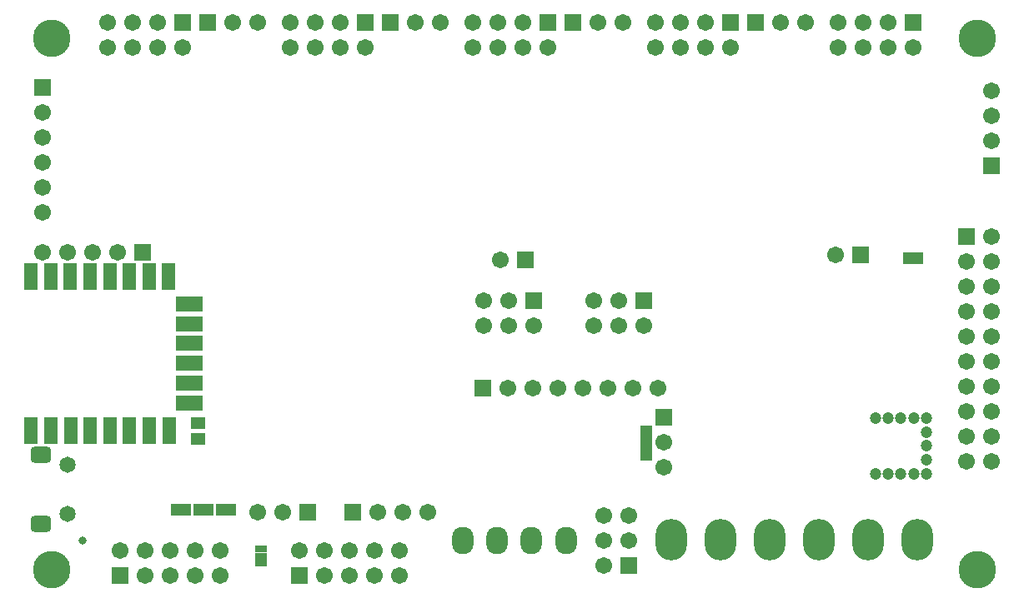
<source format=gbs>
G04 Layer_Color=16711935*
%FSLAX44Y44*%
%MOMM*%
G71*
G01*
G75*
%ADD152R,1.7032X1.7032*%
%ADD167C,1.7032*%
%ADD168R,1.7032X1.7032*%
%ADD169O,3.2032X4.2032*%
%ADD170O,2.2032X2.8032*%
%ADD171C,1.2032*%
G04:AMPARAMS|DCode=172|XSize=1.7032mm|YSize=2.1032mm|CornerRadius=0.4766mm|HoleSize=0mm|Usage=FLASHONLY|Rotation=90.000|XOffset=0mm|YOffset=0mm|HoleType=Round|Shape=RoundedRectangle|*
%AMROUNDEDRECTD172*
21,1,1.7032,1.1500,0,0,90.0*
21,1,0.7500,2.1032,0,0,90.0*
1,1,0.9532,0.5750,0.3750*
1,1,0.9532,0.5750,-0.3750*
1,1,0.9532,-0.5750,-0.3750*
1,1,0.9532,-0.5750,0.3750*
%
%ADD172ROUNDEDRECTD172*%
%ADD173C,1.6532*%
%ADD174C,3.8032*%
%ADD175C,0.8032*%
%ADD176R,0.2000X1.2000*%
%ADD177R,1.2032X1.2032*%
%ADD178R,0.7032X1.2032*%
%ADD179R,1.2032X0.7032*%
%ADD180R,1.3462X2.7432*%
%ADD181R,2.7432X1.6002*%
D152*
X519430Y303530D02*
D03*
X558700Y586680D02*
D03*
X373280D02*
D03*
X187860D02*
D03*
X289800Y88710D02*
D03*
X744119Y586680D02*
D03*
X850900Y350520D02*
D03*
X99728Y24100D02*
D03*
X281338D02*
D03*
X347879Y586680D02*
D03*
X162459D02*
D03*
X533299D02*
D03*
X718719D02*
D03*
X904139D02*
D03*
X510540Y345440D02*
D03*
X121920Y353060D02*
D03*
X335280Y88710D02*
D03*
X631190Y303530D02*
D03*
X467360Y214630D02*
D03*
D167*
X468630Y278130D02*
D03*
Y303530D02*
D03*
X494030Y278130D02*
D03*
Y303530D02*
D03*
X519430Y278130D02*
D03*
X20320Y419100D02*
D03*
Y444500D02*
D03*
Y469900D02*
D03*
Y495300D02*
D03*
Y393700D02*
D03*
X609500Y586680D02*
D03*
X584100D02*
D03*
X424080D02*
D03*
X398680D02*
D03*
X238660D02*
D03*
X213260D02*
D03*
X651510Y134620D02*
D03*
Y160020D02*
D03*
X239000Y88710D02*
D03*
X264400D02*
D03*
X794919Y586680D02*
D03*
X769519D02*
D03*
X984400Y140700D02*
D03*
X959000D02*
D03*
Y166100D02*
D03*
X984400D02*
D03*
Y191500D02*
D03*
X959000D02*
D03*
X984400Y369300D02*
D03*
X959000Y343900D02*
D03*
X984400D02*
D03*
X959000Y318500D02*
D03*
X984400D02*
D03*
X959000Y293100D02*
D03*
X984400D02*
D03*
X959000Y267700D02*
D03*
X984400D02*
D03*
X959000Y242300D02*
D03*
X984400D02*
D03*
X959000Y216900D02*
D03*
X984400D02*
D03*
X825500Y350520D02*
D03*
X201328Y49500D02*
D03*
Y24100D02*
D03*
X175928Y49500D02*
D03*
Y24100D02*
D03*
X150528Y49500D02*
D03*
Y24100D02*
D03*
X125128Y49500D02*
D03*
Y24100D02*
D03*
X99728Y49500D02*
D03*
X382938D02*
D03*
Y24100D02*
D03*
X357538Y49500D02*
D03*
Y24100D02*
D03*
X332138Y49500D02*
D03*
Y24100D02*
D03*
X306738Y49500D02*
D03*
Y24100D02*
D03*
X281338Y49500D02*
D03*
X271679Y586680D02*
D03*
X297079D02*
D03*
X322479D02*
D03*
X271679Y561280D02*
D03*
X297079D02*
D03*
X322479D02*
D03*
X347879D02*
D03*
X86259Y586680D02*
D03*
X111659D02*
D03*
X137059D02*
D03*
X86259Y561280D02*
D03*
X111659D02*
D03*
X137059D02*
D03*
X162459D02*
D03*
X457099Y586680D02*
D03*
X482499D02*
D03*
X507899D02*
D03*
X457099Y561280D02*
D03*
X482499D02*
D03*
X507899D02*
D03*
X533299D02*
D03*
X642519Y586680D02*
D03*
X667919D02*
D03*
X693319D02*
D03*
X642519Y561280D02*
D03*
X667919D02*
D03*
X693319D02*
D03*
X718719D02*
D03*
X827939Y586680D02*
D03*
X853339D02*
D03*
X878739D02*
D03*
X827939Y561280D02*
D03*
X853339D02*
D03*
X878739D02*
D03*
X904139D02*
D03*
X485140Y345440D02*
D03*
X20320Y353060D02*
D03*
X45720D02*
D03*
X71120D02*
D03*
X96520D02*
D03*
X984400Y466400D02*
D03*
Y491800D02*
D03*
Y517200D02*
D03*
X360680Y88710D02*
D03*
X386080D02*
D03*
X411480D02*
D03*
X580390Y278130D02*
D03*
Y303530D02*
D03*
X605790Y278130D02*
D03*
Y303530D02*
D03*
X631190Y278130D02*
D03*
X645160Y214630D02*
D03*
X619760D02*
D03*
X568960D02*
D03*
X543560D02*
D03*
X518160D02*
D03*
X492760D02*
D03*
X594360D02*
D03*
X590550Y85090D02*
D03*
X615950D02*
D03*
X590550Y59690D02*
D03*
X615950D02*
D03*
X590550Y34290D02*
D03*
D168*
X20320Y520700D02*
D03*
X651510Y185420D02*
D03*
X959000Y369300D02*
D03*
X984400Y441000D02*
D03*
X615950Y34290D02*
D03*
D169*
X908730Y61000D02*
D03*
X858730D02*
D03*
X758730D02*
D03*
X808730D02*
D03*
X708730D02*
D03*
X658730D02*
D03*
D170*
X552050Y60000D02*
D03*
X517049D02*
D03*
X482050D02*
D03*
X447050D02*
D03*
D171*
X892112Y184579D02*
D03*
Y127429D02*
D03*
X879158Y184579D02*
D03*
X918020D02*
D03*
Y170292D02*
D03*
Y141717D02*
D03*
X879158Y127429D02*
D03*
X918020D02*
D03*
X866204Y184579D02*
D03*
X905066D02*
D03*
X866204Y127429D02*
D03*
X905066D02*
D03*
X918020Y156004D02*
D03*
D172*
X19000Y147000D02*
D03*
Y77000D02*
D03*
D173*
X46000Y137000D02*
D03*
Y87000D02*
D03*
D174*
X30000Y570000D02*
D03*
X970000D02*
D03*
X30000Y30000D02*
D03*
X970000D02*
D03*
D175*
X61000Y60000D02*
D03*
D176*
X178500Y179500D02*
D03*
Y163500D02*
D03*
D177*
X633200Y147200D02*
D03*
Y171200D02*
D03*
Y159200D02*
D03*
D178*
X154000Y91000D02*
D03*
X168000D02*
D03*
X161000D02*
D03*
X904500Y346500D02*
D03*
X897500D02*
D03*
X911500D02*
D03*
X177000Y91000D02*
D03*
X191000D02*
D03*
X184000D02*
D03*
X207000D02*
D03*
X214000D02*
D03*
X200000D02*
D03*
X182000Y179500D02*
D03*
X175000D02*
D03*
Y163500D02*
D03*
X182000D02*
D03*
D179*
X242000Y37182D02*
D03*
Y51182D02*
D03*
Y44182D02*
D03*
D180*
X128550Y327862D02*
D03*
X148870Y171652D02*
D03*
X8916Y327862D02*
D03*
X28728D02*
D03*
X48794D02*
D03*
X68606D02*
D03*
X88926D02*
D03*
X108738D02*
D03*
X148616D02*
D03*
X128804Y171652D02*
D03*
X108992D02*
D03*
X88926Y171906D02*
D03*
X68860D02*
D03*
X49048D02*
D03*
X28728D02*
D03*
X8916D02*
D03*
D181*
X169444Y299922D02*
D03*
Y280110D02*
D03*
Y260298D02*
D03*
Y239978D02*
D03*
Y220166D02*
D03*
Y199846D02*
D03*
M02*

</source>
